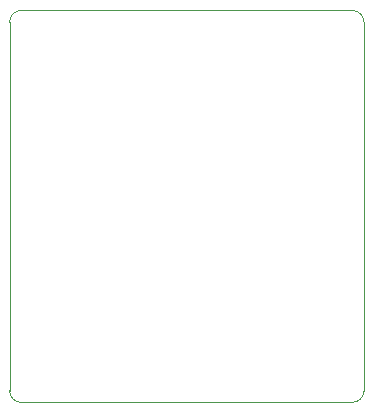
<source format=gbr>
G04 #@! TF.GenerationSoftware,KiCad,Pcbnew,(5.1.5-0-10_14)*
G04 #@! TF.CreationDate,2020-05-13T01:35:36-07:00*
G04 #@! TF.ProjectId,prost-pcb,70726f73-742d-4706-9362-2e6b69636164,0.1.0*
G04 #@! TF.SameCoordinates,Original*
G04 #@! TF.FileFunction,Profile,NP*
%FSLAX46Y46*%
G04 Gerber Fmt 4.6, Leading zero omitted, Abs format (unit mm)*
G04 Created by KiCad (PCBNEW (5.1.5-0-10_14)) date 2020-05-13 01:35:36*
%MOMM*%
%LPD*%
G04 APERTURE LIST*
%ADD10C,0.120000*%
G04 APERTURE END LIST*
D10*
X133000000Y-117600000D02*
X133000000Y-86400000D01*
X162000000Y-118600000D02*
X134000000Y-118600000D01*
X163000000Y-86400000D02*
X163000000Y-117600000D01*
X134000000Y-85400000D02*
X162000000Y-85400000D01*
X133000000Y-86400000D02*
G75*
G02X134000000Y-85400000I1000000J0D01*
G01*
X134000000Y-118600000D02*
G75*
G02X133000000Y-117600000I0J1000000D01*
G01*
X163000000Y-117600000D02*
G75*
G02X162000000Y-118600000I-1000000J0D01*
G01*
X162000000Y-85400000D02*
G75*
G02X163000000Y-86400000I0J-1000000D01*
G01*
M02*

</source>
